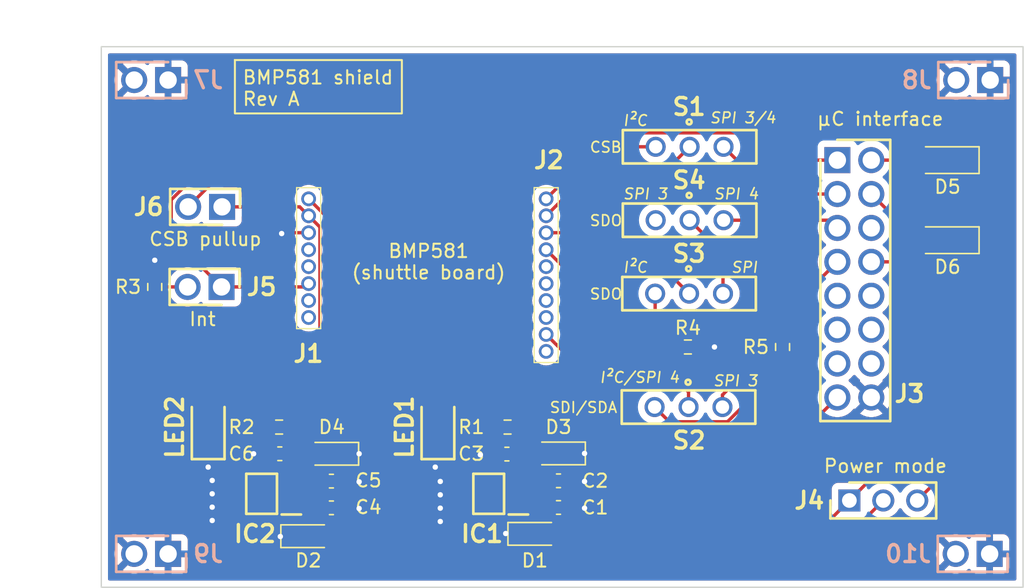
<source format=kicad_pcb>
(kicad_pcb (version 20241229) (generator "pcbnew") (generator_version "9.0")
  (title_block (title "BMP581 shield") (date "2024-09-01") (rev "A") (company "Julien Cruvieux"))
  (layers (0 "F.Cu" signal) (2 "B.Cu" signal) (13 "F.Paste" user) (15 "B.Paste" user) (5 "F.SilkS" user "F.Silkscreen") (7 "B.SilkS" user "B.Silkscreen") (1 "F.Mask" user) (3 "B.Mask" user) (25 "Edge.Cuts" user))
  (net 0 "")
  (net 16 "GND")
  (net 17 "VDD")
  (net 18 "Net-(D2-A2)")
  (net 19 "Net-(IC1-SS)")
  (net 20 "Net-(IC2-SS)")
  (net 21 "Net-(D1-A2)")
  (net 22 "VDD_BMP581")
  (net 23 "VDDIO_BMP581")
  (net 24 "Net-(D6-K)")
  (net 25 "VDDIO")
  (net 26 "INT_BMP581")
  (net 27 "Net-(J5-Pad2)")
  (net 28 "Net-(LED1-A)")
  (net 29 "Net-(LED2-A)")
  (net 30 "CSB_BMP581")
  (net 31 "SCK")
  (net 32 "SDO_BMP581")
  (net 33 "SDI{slash}SDA_BMP581")
  (net 34 "Net-(R4-Pad1)")
  (net 35 "Net-(R5-Pad1)")
  (net 36 "PROM_RW")
  (net 37 "CSB")
  (net 38 "SDO")
  (net 39 "SDI{slash}SDA")
  (net 40 "Net-(S3-Pad3)")
  (net 42 "Net-(J6-Pad2)")
  (footprint "Capacitor_SMD:C_0603_1608Metric_Pad1.08x0.95mm_HandSolder" (layer "F.Cu") (at 112.3625 119.025 180)
    (property "Reference" "C3" (at 2.6625 0.025 0) (layer "F.SilkS"))
    (property "Value" "10nF")
    (fp_line (start -0.146267 0.51) (end 0.146267 0.51) (stroke (width 0.12)) (layer "F.SilkS"))
    (fp_line (start -0.146267 -0.51) (end 0.146267 -0.51) (stroke (width 0.12)) (layer "F.SilkS"))
    (pad "1" smd roundrect (at -0.8625 0 180) (size 1.075 0.95) (layers "F.Cu" "F.Mask" "F.Paste") (net 19 "Net-(IC1-SS)"))
    (pad "2" smd roundrect (at 0.8625 0 180) (size 1.075 0.95) (layers "F.Cu" "F.Mask" "F.Paste") (net 16 "GND"))
  )
  (footprint "KiCad_HSMG-C150:LEDC3216X120N" (layer "F.Cu") (at 90 117 90)
    (property "Reference" "LED2" (at 0 -2.5 90) (layer "F.SilkS") (effects (font (size 1.27 1.27) (thickness 0.254))))
    (property "Value" "HSMG-C150" (hide yes))
    (fp_line (start 1.5 -1.225) (end -2.4 -1.225) (stroke (width 0.2)) (layer "F.SilkS"))
    (fp_line (start -2.4 -1.225) (end -2.4 1.225) (stroke (width 0.2)) (layer "F.SilkS"))
    (fp_line (start -2.4 1.225) (end 1.5 1.225) (stroke (width 0.2)) (layer "F.SilkS"))
    (pad "1" smd rect (at -1.5 0 90) (size 1.1 1.75) (layers "F.Cu" "F.Mask" "F.Paste") (net 16 "GND"))
    (pad "2" smd rect (at 1.5 0 90) (size 1.1 1.75) (layers "F.Cu" "F.Mask" "F.Paste") (net 29 "Net-(LED2-A)"))
  )
  (footprint "Capacitor_SMD:C_0603_1608Metric_Pad1.08x0.95mm_HandSolder" (layer "F.Cu") (at 116.225 121.025)
    (property "Reference" "C2" (at 2.75 0 0) (layer "F.SilkS"))
    (property "Value" "2.2µF")
    (fp_line (start -0.146267 -0.51) (end 0.146267 -0.51) (stroke (width 0.12)) (layer "F.SilkS"))
    (fp_line (start -0.146267 0.51) (end 0.146267 0.51) (stroke (width 0.12)) (layer "F.SilkS"))
    (pad "1" smd roundrect (at -0.8625 0) (size 1.075 0.95) (layers "F.Cu" "F.Mask" "F.Paste") (net 22 "VDD_BMP581"))
    (pad "2" smd roundrect (at 0.8625 0) (size 1.075 0.95) (layers "F.Cu" "F.Mask" "F.Paste") (net 16 "GND"))
  )
  (footprint "Capacitor_SMD:C_0603_1608Metric_Pad1.08x0.95mm_HandSolder" (layer "F.Cu") (at 99.225 123.05)
    (property "Reference" "C4" (at 2.775 -0.05 0) (layer "F.SilkS"))
    (property "Value" "2.2µF")
    (fp_line (start -0.146267 -0.51) (end 0.146267 -0.51) (stroke (width 0.12)) (layer "F.SilkS"))
    (fp_line (start -0.146267 0.51) (end 0.146267 0.51) (stroke (width 0.12)) (layer "F.SilkS"))
    (pad "1" smd roundrect (at -0.8625 0) (size 1.075 0.95) (layers "F.Cu" "F.Mask" "F.Paste") (net 18 "Net-(D2-A2)"))
    (pad "2" smd roundrect (at 0.8625 0) (size 1.075 0.95) (layers "F.Cu" "F.Mask" "F.Paste") (net 16 "GND"))
  )
  (footprint "KiCad_450301014042:450301014042" (layer "F.Cu") (at 127.96 113.5)
    (property "Reference" "S2" (at -1.96 4.5 0) (layer "F.SilkS") (effects (font (size 1.27 1.27) (thickness 0.254))))
    (property "Value" "450301014042" (hide yes))
    (fp_line (start -7 0.75) (end 3 0.75) (stroke (width 0.2)) (layer "F.SilkS"))
    (fp_line (start -7 3.25) (end -7 0.75) (stroke (width 0.2)) (layer "F.SilkS"))
    (fp_line (start 3 0.75) (end 3 3.25) (stroke (width 0.2)) (layer "F.SilkS"))
    (fp_line (start 3 3.25) (end -7 3.25) (stroke (width 0.2)) (layer "F.SilkS"))
    (fp_circle (center -2.035 0.138) (end -2.035 0.31925) (stroke (width 0.2)) (fill no) (layer "F.SilkS"))
    (pad "1" thru_hole circle (at -2 2) (size 1.5 1.5) (drill 1) (layers "*.Cu" "*.Mask") (net 33 "SDI{slash}SDA_BMP581"))
    (pad "2" thru_hole circle (at -4.54 2) (size 1.5 1.5) (drill 1) (layers "*.Cu" "*.Mask") (net 39 "SDI{slash}SDA"))
    (pad "3" thru_hole circle (at 0.54 2) (size 1.5 1.5) (drill 1) (layers "*.Cu" "*.Mask") (net 35 "Net-(R5-Pad1)"))
  )
  (footprint "KiCad_450301014042:450301014042" (layer "F.Cu") (at 128 105)
    (property "Reference" "S3" (at -2 -1 0) (layer "F.SilkS") (effects (font (size 1.27 1.27) (thickness 0.254))))
    (property "Value" "450301014042" (hide yes))
    (fp_line (start -7 0.75) (end 3 0.75) (stroke (width 0.2)) (layer "F.SilkS"))
    (fp_line (start -7 3.25) (end -7 0.75) (stroke (width 0.2)) (layer "F.SilkS"))
    (fp_line (start 3 0.75) (end 3 3.25) (stroke (width 0.2)) (layer "F.SilkS"))
    (fp_line (start 3 3.25) (end -7 3.25) (stroke (width 0.2)) (layer "F.SilkS"))
    (fp_circle (center -2.035 0.138) (end -2.035 0.31925) (stroke (width 0.2)) (fill no) (layer "F.SilkS"))
    (pad "1" thru_hole circle (at -2 2) (size 1.5 1.5) (drill 1) (layers "*.Cu" "*.Mask") (net 32 "SDO_BMP581"))
    (pad "2" thru_hole circle (at -4.54 2) (size 1.5 1.5) (drill 1) (layers "*.Cu" "*.Mask") (net 34 "Net-(R4-Pad1)"))
    (pad "3" thru_hole circle (at 0.54 2) (size 1.5 1.5) (drill 1) (layers "*.Cu" "*.Mask") (net 40 "Net-(S3-Pad3)"))
  )
  (footprint "Resistor_SMD:R_0603_1608Metric_Pad0.98x0.95mm_HandSolder" (layer "F.Cu") (at 112.4125 117 180)
    (property "Reference" "R1" (at 2.7125 0 0) (layer "F.SilkS"))
    (property "Value" "1k")
    (fp_line (start -0.254724 0.5225) (end 0.254724 0.5225) (stroke (width 0.12)) (layer "F.SilkS"))
    (fp_line (start -0.254724 -0.5225) (end 0.254724 -0.5225) (stroke (width 0.12)) (layer "F.SilkS"))
    (pad "1" smd roundrect (at -0.9125 0 180) (size 0.975 0.95) (layers "F.Cu" "F.Mask" "F.Paste") (net 22 "VDD_BMP581"))
    (pad "2" smd roundrect (at 0.9125 0 180) (size 0.975 0.95) (layers "F.Cu" "F.Mask" "F.Paste") (net 28 "Net-(LED1-A)"))
  )
  (footprint "Capacitor_SMD:C_0603_1608Metric_Pad1.08x0.95mm_HandSolder" (layer "F.Cu") (at 116.225 123.025)
    (property "Reference" "C1" (at 2.75 0 0) (layer "F.SilkS"))
    (property "Value" "2.2µF")
    (fp_line (start -0.146267 -0.51) (end 0.146267 -0.51) (stroke (width 0.12)) (layer "F.SilkS"))
    (fp_line (start -0.146267 0.51) (end 0.146267 0.51) (stroke (width 0.12)) (layer "F.SilkS"))
    (pad "1" smd roundrect (at -0.8625 0) (size 1.075 0.95) (layers "F.Cu" "F.Mask" "F.Paste") (net 21 "Net-(D1-A2)"))
    (pad "2" smd roundrect (at 0.8625 0) (size 1.075 0.95) (layers "F.Cu" "F.Mask" "F.Paste") (net 16 "GND"))
  )
  (footprint "KiCad_HSMG-C150:LEDC3216X120N" (layer "F.Cu") (at 107.2 117 90)
    (property "Reference" "LED1" (at 0 -2.5 90) (layer "F.SilkS") (effects (font (size 1.27 1.27) (thickness 0.254))))
    (property "Value" "HSMG-C150" (hide yes))
    (fp_line (start 1.5 -1.225) (end -2.4 -1.225) (stroke (width 0.2)) (layer "F.SilkS"))
    (fp_line (start -2.4 -1.225) (end -2.4 1.225) (stroke (width 0.2)) (layer "F.SilkS"))
    (fp_line (start -2.4 1.225) (end 1.5 1.225) (stroke (width 0.2)) (layer "F.SilkS"))
    (pad "1" smd rect (at -1.5 0 90) (size 1.1 1.75) (layers "F.Cu" "F.Mask" "F.Paste") (net 16 "GND"))
    (pad "2" smd rect (at 1.5 0 90) (size 1.1 1.75) (layers "F.Cu" "F.Mask" "F.Paste") (net 28 "Net-(LED1-A)"))
  )
  (footprint "Resistor_SMD:R_0603_1608Metric_Pad0.98x0.95mm_HandSolder" (layer "F.Cu") (at 95.3125 117 180)
    (property "Reference" "R2" (at 2.8125 0 180) (layer "F.SilkS"))
    (property "Value" "1k")
    (fp_line (start -0.254724 0.5225) (end 0.254724 0.5225) (stroke (width 0.12)) (layer "F.SilkS"))
    (fp_line (start -0.254724 -0.5225) (end 0.254724 -0.5225) (stroke (width 0.12)) (layer "F.SilkS"))
    (pad "1" smd roundrect (at -0.9125 0 180) (size 0.975 0.95) (layers "F.Cu" "F.Mask" "F.Paste") (net 23 "VDDIO_BMP581"))
    (pad "2" smd roundrect (at 0.9125 0 180) (size 0.975 0.95) (layers "F.Cu" "F.Mask" "F.Paste") (net 29 "Net-(LED2-A)"))
  )
  (footprint "Diode_SMD:D_SOD-123" (layer "F.Cu") (at 145.35 103 180)
    (property "Reference" "D6" (at 0 -2 0) (layer "F.SilkS"))
    (property "Value" "MBR0520")
    (fp_line (start -2.36 1) (end 1.65 1) (stroke (width 0.12)) (layer "F.SilkS"))
    (fp_line (start -2.36 -1) (end 1.65 -1) (stroke (width 0.12)) (layer "F.SilkS"))
    (fp_line (start -2.36 -1) (end -2.36 1) (stroke (width 0.12)) (layer "F.SilkS"))
    (pad "1" smd roundrect (at -1.65 0 180) (size 0.9 1.2) (layers "F.Cu" "F.Mask" "F.Paste") (net 24 "Net-(D6-K)"))
    (pad "2" smd roundrect (at 1.65 0 180) (size 0.9 1.2) (layers "F.Cu" "F.Mask" "F.Paste") (net 25 "VDDIO"))
  )
  (footprint "Resistor_SMD:R_0603_1608Metric_Pad0.98x0.95mm_HandSolder" (layer "F.Cu") (at 133 111 -90)
    (property "Reference" "R5" (at 0 2 180) (layer "F.SilkS"))
    (property "Value" "4.7k")
    (fp_line (start -0.254724 0.5225) (end 0.254724 0.5225) (stroke (width 0.12)) (layer "F.SilkS"))
    (fp_line (start -0.254724 -0.5225) (end 0.254724 -0.5225) (stroke (width 0.12)) (layer "F.SilkS"))
    (pad "1" smd roundrect (at -0.9125 0 270) (size 0.975 0.95) (layers "F.Cu" "F.Mask" "F.Paste") (net 35 "Net-(R5-Pad1)"))
    (pad "2" smd roundrect (at 0.9125 0 270) (size 0.975 0.95) (layers "F.Cu" "F.Mask" "F.Paste") (net 39 "SDI{slash}SDA"))
  )
  (footprint "Diode_SMD:D_SOD-323_HandSoldering" (layer "F.Cu") (at 97.45 125.175)
    (property "Reference" "D2" (at 0.05 1.825 0) (layer "F.SilkS"))
    (property "Value" "SD05_SOD323")
    (fp_line (start -2.01 -0.85) (end -2.01 0.85) (stroke (width 0.12)) (layer "F.SilkS"))
    (fp_line (start -2.01 -0.85) (end 1.25 -0.85) (stroke (width 0.12)) (layer "F.SilkS"))
    (fp_line (start -2.01 0.85) (end 1.25 0.85) (stroke (width 0.12)) (layer "F.SilkS"))
    (pad "1" smd roundrect (at -1.25 0) (size 1 1) (layers "F.Cu" "F.Mask" "F.Paste") (net 16 "GND"))
    (pad "2" smd roundrect (at 1.25 0) (size 1 1) (layers "F.Cu" "F.Mask" "F.Paste") (net 18 "Net-(D2-A2)"))
  )
  (footprint "Diode_SMD:D_SOD-323_HandSoldering" (layer "F.Cu") (at 114.45 125)
    (property "Reference" "D1" (at 0 2 0) (layer "F.SilkS"))
    (property "Value" "SD05_SOD323")
    (fp_line (start -2.01 -0.85) (end -2.01 0.85) (stroke (width 0.12)) (layer "F.SilkS"))
    (fp_line (start -2.01 -0.85) (end 1.25 -0.85) (stroke (width 0.12)) (layer "F.SilkS"))
    (fp_line (start -2.01 0.85) (end 1.25 0.85) (stroke (width 0.12)) (layer "F.SilkS"))
    (pad "1" smd roundrect (at -1.25 0) (size 1 1) (layers "F.Cu" "F.Mask" "F.Paste") (net 16 "GND"))
    (pad "2" smd roundrect (at 1.25 0) (size 1 1) (layers "F.Cu" "F.Mask" "F.Paste") (net 21 "Net-(D1-A2)"))
  )
  (footprint "Diode_SMD:D_SOD-123" (layer "F.Cu") (at 145.35 97 180)
    (property "Reference" "D5" (at 0 -2 0) (layer "F.SilkS"))
    (property "Value" "MBR0520")
    (fp_line (start -2.36 1) (end 1.65 1) (stroke (width 0.12)) (layer "F.SilkS"))
    (fp_line (start -2.36 -1) (end 1.65 -1) (stroke (width 0.12)) (layer "F.SilkS"))
    (fp_line (start -2.36 -1) (end -2.36 1) (stroke (width 0.12)) (layer "F.SilkS"))
    (pad "1" smd roundrect (at -1.65 0 180) (size 0.9 1.2) (layers "F.Cu" "F.Mask" "F.Paste") (net 21 "Net-(D1-A2)"))
    (pad "2" smd roundrect (at 1.65 0 180) (size 0.9 1.2) (layers "F.Cu" "F.Mask" "F.Paste") (net 17 "VDD"))
  )
  (footprint "KiCad_ADP1517:SOP65P490X110-8N" (layer "F.Cu") (at 94 122 180)
    (property "Reference" "IC2" (at 0.5 -3 180) (layer "F.SilkS") (effects (font (size 1.27 1.27) (thickness 0.254))))
    (property "Value" "ADP1715ARMZ-3.3-R7" (hide yes))
    (fp_line (start 1.15 1.5) (end -1.15 1.5) (stroke (width 0.2)) (layer "F.SilkS"))
    (fp_line (start 1.15 -1.5) (end 1.15 1.5) (stroke (width 0.2)) (layer "F.SilkS"))
    (fp_line (start -1.15 1.5) (end -1.15 -1.5) (stroke (width 0.2)) (layer "F.SilkS"))
    (fp_line (start -1.15 -1.5) (end 1.15 -1.5) (stroke (width 0.2)) (layer "F.SilkS"))
    (fp_line (start -2.95 -1.55) (end -1.5 -1.55) (stroke (width 0.2)) (layer "F.SilkS"))
    (pad "1" smd rect (at -2.225 -0.975 270) (size 0.45 1.45) (layers "F.Cu" "F.Mask" "F.Paste") (net 18 "Net-(D2-A2)"))
    (pad "2" smd rect (at -2.225 -0.325 270) (size 0.45 1.45) (layers "F.Cu" "F.Mask" "F.Paste") (net 18 "Net-(D2-A2)"))
    (pad "3" smd rect (at -2.225 0.325 270) (size 0.45 1.45) (layers "F.Cu" "F.Mask" "F.Paste") (net 23 "VDDIO_BMP581"))
    (pad "4" smd rect (at -2.225 0.975 270) (size 0.45 1.45) (layers "F.Cu" "F.Mask" "F.Paste") (net 20 "Net-(IC2-SS)"))
    (pad "5" smd rect (at 2.225 0.975 270) (size 0.45 1.45) (layers "F.Cu" "F.Mask" "F.Paste") (net 16 "GND"))
    (pad "6" smd rect (at 2.225 0.325 270) (size 0.45 1.45) (layers "F.Cu" "F.Mask" "F.Paste") (net 16 "GND"))
    (pad "7" smd rect (at 2.225 -0.325 270) (size 0.45 1.45) (layers "F.Cu" "F.Mask" "F.Paste") (net 16 "GND"))
    (pad "8" smd rect (at 2.225 -0.975 270) (size 0.45 1.45) (layers "F.Cu" "F.Mask" "F.Paste") (net 16 "GND"))
  )
  (footprint "KiCad_450301014042:450301014042" (layer "F.Cu") (at 128.04 94)
    (property "Reference" "S1" (at -2.04 -1 0) (layer "F.SilkS") (effects (font (size 1.27 1.27) (thickness 0.254))))
    (property "Value" "450301014042" (hide yes))
    (fp_line (start -7 0.75) (end 3 0.75) (stroke (width 0.2)) (layer "F.SilkS"))
    (fp_line (start -7 3.25) (end -7 0.75) (stroke (width 0.2)) (layer "F.SilkS"))
    (fp_line (start 3 0.75) (end 3 3.25) (stroke (width 0.2)) (layer "F.SilkS"))
    (fp_line (start 3 3.25) (end -7 3.25) (stroke (width 0.2)) (layer "F.SilkS"))
    (fp_circle (center -2.035 0.138) (end -2.035 0.31925) (stroke (width 0.2)) (fill no) (layer "F.SilkS"))
    (pad "1" thru_hole circle (at -2 2) (size 1.5 1.5) (drill 1) (layers "*.Cu" "*.Mask") (net 30 "CSB_BMP581"))
    (pad "2" thru_hole circle (at -4.54 2) (size 1.5 1.5) (drill 1) (layers "*.Cu" "*.Mask") (net 42 "Net-(J6-Pad2)"))
    (pad "3" thru_hole circle (at 0.54 2) (size 1.5 1.5) (drill 1) (layers "*.Cu" "*.Mask") (net 37 "CSB"))
  )
  (footprint "KiCad_61300211121:HDRV2W110P0X254_1X2_508X254X854P" (layer "F.Cu") (at 91.04 100.5 180)
    (property "Reference" "J6" (at 5.5 0 0) (layer "F.SilkS") (effects (font (size 1.27 1.27) (thickness 0.254))))
    (property "Value" "61300211121" (hide yes))
    (fp_line (start 3.885 1.345) (end 3.885 -1.345) (stroke (width 0.2)) (layer "F.SilkS"))
    (fp_line (start 3.885 -1.345) (end 0 -1.345) (stroke (width 0.2)) (layer "F.SilkS"))
    (fp_line (start -1.345 1.345) (end 3.885 1.345) (stroke (width 0.2)) (layer "F.SilkS"))
    (fp_line (start -1.345 0) (end -1.345 1.345) (stroke (width 0.2)) (layer "F.SilkS"))
    (pad "1" thru_hole rect (at 0 0 180) (size 1.95 1.95) (drill 1.3) (layers "*.Cu" "*.Mask") (net 23 "VDDIO_BMP581"))
    (pad "2" thru_hole circle (at 2.54 0 180) (size 1.95 1.95) (drill 1.3) (layers "*.Cu" "*.Mask") (net 42 "Net-(J6-Pad2)"))
  )
  (footprint "KiCad_61301621821:RHDR16W79P254X254_2X8_2082X508X860P" (layer "F.Cu") (at 137.1 97 -90)
    (property "Reference" "J3" (at 17.5 -5.4 180) (layer "F.SilkS") (effects (font (size 1.27 1.27) (thickness 0.254))))
    (property "Value" "61301621821" (hide yes))
    (fp_line (start 0 1.27) (end 19.55 1.27) (stroke (width 0.2)) (layer "F.SilkS"))
    (fp_line (start 19.55 1.27) (end 19.55 -3.96) (stroke (width 0.2)) (layer "F.SilkS"))
    (fp_line (start -1.52 -3.96) (end -1.52 0) (stroke (width 0.2)) (layer "F.SilkS"))
    (fp_line (start 19.55 -3.96) (end -1.52 -3.96) (stroke (width 0.2)) (layer "F.SilkS"))
    (pad "1" thru_hole rect (at 0 0 270) (size 1.95 1.95) (drill 1.3) (layers "*.Cu" "*.Mask") (net 37 "CSB"))
    (pad "2" thru_hole circle (at 0 -2.54 270) (size 1.95 1.95) (drill 1.3) (layers "*.Cu" "*.Mask") (net 17 "VDD"))
    (pad "3" thru_hole circle (at 2.54 0 270) (size 1.95 1.95) (drill 1.3) (layers "*.Cu" "*.Mask") (net 31 "SCK"))
    (pad "4" thru_hole circle (at 2.54 -2.54 270) (size 1.95 1.95) (drill 1.3) (layers "*.Cu" "*.Mask") (net 25 "VDDIO"))
    (pad "5" thru_hole circle (at 5.08 0 270) (size 1.95 1.95) (drill 1.3) (layers "*.Cu" "*.Mask") (net 38 "SDO"))
    (pad "6" thru_hole circle (at 5.08 -2.54 270) (size 1.95 1.95) (drill 1.3) (layers "*.Cu" "*.Mask"))
    (pad "7" thru_hole circle (at 7.62 0 270) (size 1.95 1.95) (drill 1.3) (layers "*.Cu" "*.Mask") (net 39 "SDI{slash}SDA"))
    (pad "8" thru_hole circle (at 7.62 -2.54 270) (size 1.95 1.95) (drill 1.3) (layers "*.Cu" "*.Mask") (net 26 "INT_BMP581"))
    (pad "9" thru_hole circle (at 10.16 0 270) (size 1.95 1.95) (drill 1.3) (layers "*.Cu" "*.Mask"))
    (pad "10" thru_hole circle (at 10.16 -2.54 270) (size 1.95 1.95) (drill 1.3) (layers "*.Cu" "*.Mask"))
    (pad "11" thru_hole circle (at 12.7 0 270) (size 1.95 1.95) (drill 1.3) (layers "*.Cu" "*.Mask"))
    (pad "12" thru_hole circle (at 12.7 -2.54 270) (size 1.95 1.95) (drill 1.3) (layers "*.Cu" "*.Mask"))
    (pad "13" thru_hole circle (at 15.24 0 270) (size 1.95 1.95) (drill 1.3) (layers "*.Cu" "*.Mask"))
    (pad "14" thru_hole circle (at 15.24 -2.54 270) (size 1.95 1.95) (drill 1.3) (layers "*.Cu" "*.Mask"))
    (pad "15" thru_hole circle (at 17.78 0 270) (size 1.95 1.95) (drill 1.3) (layers "*.Cu" "*.Mask") (net 36 "PROM_RW"))
    (pad "16" thru_hole circle (at 17.78 -2.54 270) (size 1.95 1.95) (drill 1.3) (layers "*.Cu" "*.Mask") (net 16 "GND"))
  )
  (footprint "KiCad_M503030842:M503030842" (layer "F.Cu") (at 97.52 99.9 -90)
    (property "Reference" "J1" (at 11.6 0.02 180) (layer "F.SilkS") (effects (font (size 1.27 1.27) (thickness 0.254))))
    (property "Value" "M50-3030842" (hide yes))
    (fp_line (start -0.835 0.9) (end -0.835 -0.9) (stroke (width 0.1)) (layer "F.SilkS"))
    (fp_line (start 9.725 0.9) (end -0.835 0.9) (stroke (width 0.1)) (layer "F.SilkS"))
    (fp_line (start -0.835 -0.9) (end 9.725 -0.9) (stroke (width 0.1)) (layer "F.SilkS"))
    (fp_line (start 9.725 -0.9) (end 9.725 0.9) (stroke (width 0.1)) (layer "F.SilkS"))
    (pad "1" thru_hole circle (at 0 0 270) (size 1.1 1.1) (drill 0.7) (layers "*.Cu" "*.Mask") (net 22 "VDD_BMP581"))
    (pad "2" thru_hole circle (at 1.27 0 270) (size 1.1 1.1) (drill 0.7) (layers "*.Cu" "*.Mask") (net 23 "VDDIO_BMP581"))
    (pad "3" thru_hole circle (at 2.54 0 270) (size 1.1 1.1) (drill 0.7) (layers "*.Cu" "*.Mask") (net 16 "GND"))
    (pad "4" thru_hole circle (at 3.81 0 270) (size 1.1 1.1) (drill 0.7) (layers "*.Cu" "*.Mask"))
    (pad "5" thru_hole circle (at 5.08 0 270) (size 1.1 1.1) (drill 0.7) (layers "*.Cu" "*.Mask"))
    (pad "6" thru_hole circle (at 6.35 0 270) (size 1.1 1.1) (drill 0.7) (layers "*.Cu" "*.Mask") (net 26 "INT_BMP581"))
    (pad "7" thru_hole circle (at 7.62 0 270) (size 1.1 1.1) (drill 0.7) (layers "*.Cu" "*.Mask"))
    (pad "8" thru_hole circle (at 8.89 0 270) (size 1.1 1.1) (drill 0.7) (layers "*.Cu" "*.Mask"))
  )
  (footprint "Capacitor_SMD:C_0603_1608Metric_Pad1.08x0.95mm_HandSolder" (layer "F.Cu") (at 95.3625 119 180)
    (property "Reference" "C6" (at 2.8625 0 0) (layer "F.SilkS"))
    (property "Value" "10nF")
    (fp_line (start -0.146267 0.51) (end 0.146267 0.51) (stroke (width 0.12)) (layer "F.SilkS"))
    (fp_line (start -0.146267 -0.51) (end 0.146267 -0.51) (stroke (width 0.12)) (layer "F.SilkS"))
    (pad "1" smd roundrect (at -0.8625 0 180) (size 1.075 0.95) (layers "F.Cu" "F.Mask" "F.Paste") (net 20 "Net-(IC2-SS)"))
    (pad "2" smd roundrect (at 0.8625 0 180) (size 1.075 0.95) (layers "F.Cu" "F.Mask" "F.Paste") (net 16 "GND"))
  )
  (footprint "KiCad_M503031042:M503031042" (layer "F.Cu") (at 115.3 99.9 -90)
    (property "Reference" "J2" (at -2.9 -0.2 0) (layer "F.SilkS") (effects (font (size 1.27 1.27) (thickness 0.254))))
    (property "Value" "M50-3031042" (hide yes))
    (fp_line (start -0.835 0.9) (end -0.835 -0.9) (stroke (width 0.1)) (layer "F.SilkS"))
    (fp_line (start 12.265 0.9) (end -0.835 0.9) (stroke (width 0.1)) (layer "F.SilkS"))
    (fp_line (start -0.835 -0.9) (end 12.265 -0.9) (stroke (width 0.1)) (layer "F.SilkS"))
    (fp_line (start 12.265 -0.9) (end 12.265 0.9) (stroke (width 0.1)) (layer "F.SilkS"))
    (pad "1" thru_hole circle (at 0 0 270) (size 1.1 1.1) (drill 0.7) (layers "*.Cu" "*.Mask") (net 30 "CSB_BMP581"))
    (pad "2" thru_hole circle (at 1.27 0 270) (size 1.1 1.1) (drill 0.7) (layers "*.Cu" "*.Mask") (net 31 "SCK"))
    (pad "3" thru_hole circle (at 2.54 0 270) (size 1.1 1.1) (drill 0.7) (layers "*.Cu" "*.Mask") (net 32 "SDO_BMP581"))
    (pad "4" thru_hole circle (at 3.81 0 270) (size 1.1 1.1) (drill 0.7) (layers "*.Cu" "*.Mask") (net 33 "SDI{slash}SDA_BMP581"))
    (pad "5" thru_hole circle (at 5.08 0 270) (size 1.1 1.1) (drill 0.7) (layers "*.Cu" "*.Mask"))
    (pad "6" thru_hole circle (at 6.35 0 270) (size 1.1 1.1) (drill 0.7) (layers "*.Cu" "*.Mask"))
    (pad "7" thru_hole circle (at 7.62 0 270) (size 1.1 1.1) (drill 0.7) (layers "*.Cu" "*.Mask"))
    (pad "8" thru_hole circle (at 8.89 0 270) (size 1.1 1.1) (drill 0.7) (layers "*.Cu" "*.Mask"))
    (pad "9" thru_hole circle (at 10.16 0 270) (size 1.1 1.1) (drill 0.7) (layers "*.Cu" "*.Mask") (net 36 "PROM_RW"))
    (pad "10" thru_hole circle (at 11.43 0 270) (size 1.1 1.1) (drill 0.7) (layers "*.Cu" "*.Mask"))
  )
  (footprint "KiCad_61300311121:HDRV3W64P0X254_1X3_762X254X869P" (layer "F.Cu") (at 138 122.5)
    (property "Reference" "J4" (at -3 0 0) (layer "F.SilkS") (effects (font (size 1.27 1.27) (thickness 0.254))))
    (property "Value" "61300311121" (hide yes))
    (fp_line (start -1.42 0) (end -1.42 1.345) (stroke (width 0.2)) (layer "F.SilkS"))
    (fp_line (start -1.42 1.345) (end 6.5 1.345) (stroke (width 0.2)) (layer "F.SilkS"))
    (fp_line (start 6.5 -1.345) (end 0 -1.345) (stroke (width 0.2)) (layer "F.SilkS"))
    (fp_line (start 6.5 1.345) (end 6.5 -1.345) (stroke (width 0.2)) (layer "F.SilkS"))
    (pad "1" thru_hole rect (at 0 0) (size 1.65 1.65) (drill 1.1) (layers "*.Cu" "*.Mask") (net 21 "Net-(D1-A2)"))
    (pad "2" thru_hole circle (at 2.54 0) (size 1.65 1.65) (drill 1.1) (layers "*.Cu" "*.Mask") (net 18 "Net-(D2-A2)"))
    (pad "3" thru_hole circle (at 5.08 0) (size 1.65 1.65) (drill 1.1) (layers "*.Cu" "*.Mask") (net 24 "Net-(D6-K)"))
  )
  (footprint "Resistor_SMD:R_0603_1608Metric_Pad0.98x0.95mm_HandSolder" (layer "F.Cu") (at 125.9125 111)
    (property "Reference" "R4" (at 0 -1.43 0) (layer "F.SilkS"))
    (property "Value" "1k")
    (fp_line (start -0.254724 -0.5225) (end 0.254724 -0.5225) (stroke (width 0.12)) (layer "F.SilkS"))
    (fp_line (start -0.254724 0.5225) (end 0.254724 0.5225) (stroke (width 0.12)) (layer "F.SilkS"))
    (pad "1" smd roundrect (at -0.9125 0) (size 0.975 0.95) (layers "F.Cu" "F.Mask" "F.Paste") (net 34 "Net-(R4-Pad1)"))
    (pad "2" smd roundrect (at 0.9125 0) (size 0.975 0.95) (layers "F.Cu" "F.Mask" "F.Paste") (net 16 "GND"))
  )
  (footprint "Capacitor_SMD:C_0603_1608Metric_Pad1.08x0.95mm_HandSolder" (layer "F.Cu") (at 99.225 121.05)
    (property "Reference" "C5" (at 2.775 -0.05 0) (layer "F.SilkS"))
    (property "Value" "2.2µF")
    (fp_line (start -0.146267 -0.51) (end 0.146267 -0.51) (stroke (width 0.12)) (layer "F.SilkS"))
    (fp_line (start -0.146267 0.51) (end 0.146267 0.51) (stroke (width 0.12)) (layer "F.SilkS"))
    (pad "1" smd roundrect (at -0.8625 0) (size 1.075 0.95) (layers "F.Cu" "F.Mask" "F.Paste") (net 23 "VDDIO_BMP581"))
    (pad "2" smd roundrect (at 0.8625 0) (size 1.075 0.95) (layers "F.Cu" "F.Mask" "F.Paste") (net 16 "GND"))
  )
  (footprint "KiCad_61300211121:HDRV2W110P0X254_1X2_508X254X854P" (layer "F.Cu") (at 91 106.5 180)
    (property "Reference" "J5" (at -3 0 0) (layer "F.SilkS") (effects (font (size 1.27 1.27) (thickness 0.254))))
    (property "Value" "61300211121" (hide yes))
    (fp_line (start 3.885 1.345) (end 3.885 -1.345) (stroke (width 0.2)) (layer "F.SilkS"))
    (fp_line (start 3.885 -1.345) (end 0 -1.345) (stroke (width 0.2)) (layer "F.SilkS"))
    (fp_line (start -1.345 1.345) (end 3.885 1.345) (stroke (width 0.2)) (layer "F.SilkS"))
    (fp_line (start -1.345 0) (end -1.345 1.345) (stroke (width 0.2)) (layer "F.SilkS"))
    (pad "1" thru_hole rect (at 0 0 180) (size 1.95 1.95) (drill 1.3) (layers "*.Cu" "*.Mask") (net 26 "INT_BMP581"))
    (pad "2" thru_hole circle (at 2.54 0 180) (size 1.95 1.95) (drill 1.3) (layers "*.Cu" "*.Mask") (net 27 "Net-(J5-Pad2)"))
  )
  (footprint "KiCad_450301014042:450301014042" (layer "F.Cu") (at 128.04 99.5)
    (property "Reference" "S4" (at -2.04 -1 0) (layer "F.SilkS") (effects (font (size 1.27 1.27) (thickness 0.254))))
    (property "Value" "450301014042" (hide yes))
    (fp_line (start -7 0.75) (end 3 0.75) (stroke (width 0.2)) (layer "F.SilkS"))
    (fp_line (start -7 3.25) (end -7 0.75) (stroke (width 0.2)) (layer "F.SilkS"))
    (fp_line (start 3 0.75) (end 3 3.25) (stroke (width 0.2)) (layer "F.SilkS"))
    (fp_line (start 3 3.25) (end -7 3.25) (stroke (width 0.2)) (layer "F.SilkS"))
    (fp_circle (center -2.035 0.138) (end -2.035 0.31925) (stroke (width 0.2)) (fill no) (layer "F.SilkS"))
    (pad "1" thru_hole circle (at -2 2) (size 1.5 1.5) (drill 1) (layers "*.Cu" "*.Mask") (net 40 "Net-(S3-Pad3)"))
    (pad "2" thru_hole circle (at -4.54 2) (size 1.5 1.5) (drill 1) (layers "*.Cu" "*.Mask"))
    (pad "3" thru_hole circle (at 0.54 2) (size 1.5 1.5) (drill 1) (layers "*.Cu" "*.Mask") (net 38 "SDO"))
  )
  (footprint "Diode_SMD:D_SOD-323_HandSoldering" (layer "F.Cu") (at 116.225 118.975 180)
    (property "Reference" "D3" (at 0 1.975 180) (layer "F.SilkS"))
    (property "Value" "SD05_SOD323")
    (fp_line (start -2.01 0.85) (end 1.25 0.85) (stroke (width 0.12)) (layer "F.SilkS"))
    (fp_line (start -2.01 -0.85) (end 1.25 -0.85) (stroke (width 0.12)) (layer "F.SilkS"))
    (fp_line (start -2.01 -0.85) (end -2.01 0.85) (stroke (width 0.12)) (layer "F.SilkS"))
    (pad "1" smd roundrect (at -1.25 0 180) (size 1 1) (layers "F.Cu" "F.Mask" "F.Paste") (net 16 "GND"))
    (pad "2" smd roundrect (at 1.25 0 180) (size 1 1) (layers "F.Cu" "F.Mask" "F.Paste") (net 22 "VDD_BMP581"))
  )
  (footprint "KiCad_ADP1517:SOP65P490X110-8N" (layer "F.Cu") (at 111 122 180)
    (property "Reference" "IC1" (at 0.5 -3 180) (layer "F.SilkS") (effects (font (size 1.27 1.27) (thickness 0.254))))
    (property "Value" "ADP1715ARMZ-3.3-R7" (hide yes))
    (fp_line (start 1.15 1.5) (end -1.15 1.5) (stroke (width 0.2)) (layer "F.SilkS"))
    (fp_line (start 1.15 -1.5) (end 1.15 1.5) (stroke (width 0.2)) (layer "F.SilkS"))
    (fp_line (start -1.15 1.5) (end -1.15 -1.5) (stroke (width 0.2)) (layer "F.SilkS"))
    (fp_line (start -1.15 -1.5) (end 1.15 -1.5) (stroke (width 0.2)) (layer "F.SilkS"))
    (fp_line (start -2.95 -1.55) (end -1.5 -1.55) (stroke (width 0.2)) (layer "F.SilkS"))
    (pad "1" smd rect (at -2.225 -0.975 270) (size 0.45 1.45) (layers "F.Cu" "F.Mask" "F.Paste") (net 21 "Net-(D1-A2)"))
    (pad "2" smd rect (at -2.225 -0.325 270) (size 0.45 1.45) (layers "F.Cu" "F.Mask" "F.Paste") (net 21 "Net-(D1-A2)"))
    (pad "3" smd rect (at -2.225 0.325 270) (size 0.45 1.45) (layers "F.Cu" "F.Mask" "F.Paste") (net 22 "VDD_BMP581"))
    (pad "4" smd rect (at -2.225 0.975 270) (size 0.45 1.45) (layers "F.Cu" "F.Mask" "F.Paste") (net 19 "Net-(IC1-SS)"))
    (pad "5" smd rect (at 2.225 0.975 270) (size 0.45 1.45) (layers "F.Cu" "F.Mask" "F.Paste") (net 16 "GND"))
    (pad "6" smd rect (at 2.225 0.325 270) (size 0.45 1.45) (layers "F.Cu" "F.Mask" "F.Paste") (net 16 "GND"))
    (pad "7" smd rect (at 2.225 -0.325 270) (size 0.45 1.45) (layers "F.Cu" "F.Mask" "F.Paste") (net 16 "GND"))
    (pad "8" smd rect (at 2.225 -0.975 270) (size 0.45 1.45) (layers "F.Cu" "F.Mask" "F.Paste") (net 16 "GND"))
  )
  (footprint "Diode_SMD:D_SOD-323_HandSoldering" (layer "F.Cu") (at 99.25 119 180)
    (property "Reference" "D4" (at 0 2 180) (layer "F.SilkS"))
    (property "Value" "SD05_SOD323")
    (fp_line (start -2.01 0.85) (end 1.25 0.85) (stroke (width 0.12)) (layer "F.SilkS"))
    (fp_line (start -2.01 -0.85) (end 1.25 -0.85) (stroke (width 0.12)) (layer "F.SilkS"))
    (fp_line (start -2.01 -0.85) (end -2.01 0.85) (stroke (width 0.12)) (layer "F.SilkS"))
    (pad "1" smd roundrect (at -1.25 0 180) (size 1 1) (layers "F.Cu" "F.Mask" "F.Paste") (net 16 "GND"))
    (pad "2" smd roundrect (at 1.25 0 180) (size 1 1) (layers "F.Cu" "F.Mask" "F.Paste") (net 23 "VDDIO_BMP581"))
  )
  (footprint "Resistor_SMD:R_0603_1608Metric_Pad0.98x0.95mm_HandSolder" (layer "F.Cu") (at 86 106.5 90)
    (property "Reference" "R3" (at 0 -2 180) (layer "F.SilkS"))
    (property "Value" "1k")
    (fp_line (start -0.254724 -0.5225) (end 0.254724 -0.5225) (stroke (width 0.12)) (layer "F.SilkS"))
    (fp_line (start -0.254724 0.5225) (end 0.254724 0.5225) (stroke (width 0.12)) (layer "F.SilkS"))
    (pad "1" smd roundrect (at -0.9125 0 90) (size 0.975 0.95) (layers "F.Cu" "F.Mask" "F.Paste") (net 27 "Net-(J5-Pad2)"))
    (pad "2" smd roundrect (at 0.9125 0 90) (size 0.975 0.95) (layers "F.Cu" "F.Mask" "F.Paste") (net 16 "GND"))
  )
  (footprint "KiCad_61300211121:HDRV2W110P0X254_1X2_508X254X854P" (layer "B.Cu") (at 148.5 126.5 180)
    (property "Reference" "J10" (at 6.1 0 180) (layer "B.SilkS") (effects (font (size 1.27 1.27) (thickness 0.254)) (justify mirror)))
    (property "Value" "61300211121" (hide yes))
    (fp_line (start 3.885 1.345) (end 0 1.345) (stroke (width 0.2)) (layer "B.SilkS"))
    (fp_line (start 3.885 -1.345) (end 3.885 1.345) (stroke (width 0.2)) (layer "B.SilkS"))
    (fp_line (start -1.345 0) (end -1.345 -1.345) (stroke (width 0.2)) (layer "B.SilkS"))
    (fp_line (start -1.345 -1.345) (end 3.885 -1.345) (stroke (width 0.2)) (layer "B.SilkS"))
    (pad "1" thru_hole rect (at 0 0 180) (size 1.95 1.95) (drill 1.3) (layers "*.Cu" "*.Mask") (net 16 "GND"))
    (pad "2" thru_hole circle (at 2.54 0 180) (size 1.95 1.95) (drill 1.3) (layers "*.Cu" "*.Mask") (net 16 "GND"))
  )
  (footprint "KiCad_61300211121:HDRV2W110P0X254_1X2_508X254X854P" (layer "B.Cu") (at 87 126.5 180)
    (property "Reference" "J9" (at -3 0 0) (layer "B.SilkS") (effects (font (size 1.27 1.27) (thickness 0.254)) (justify mirror)))
    (property "Value" "61300211121" (hide yes))
    (fp_line (start 3.885 1.345) (end 0 1.345) (stroke (width 0.2)) (layer "B.SilkS"))
    (fp_line (start 3.885 -1.345) (end 3.885 1.345) (stroke (width 0.2)) (layer "B.SilkS"))
    (fp_line (start -1.345 0) (end -1.345 -1.345) (stroke (width 0.2)) (layer "B.SilkS"))
    (fp_line (start -1.345 -1.345) (end 3.885 -1.345) (stroke (width 0.2)) (layer "B.SilkS"))
    (pad "1" thru_hole rect (at 0 0 180) (size 1.95 1.95) (drill 1.3) (layers "*.Cu" "*.Mask") (net 16 "GND"))
    (pad "2" thru_hole circle (at 2.54 0 180) (size 1.95 1.95) (drill 1.3) (layers "*.Cu" "*.Mask") (net 16 "GND"))
  )
  (footprint "KiCad_61300211121:HDRV2W110P0X254_1X2_508X254X854P" (layer "B.Cu") (at 148.54 91 180)
    (property "Reference" "J8" (at 5.5 0 0) (layer "B.SilkS") (effects (font (size 1.27 1.27) (thickness 0.254)) (justify mirror)))
    (property "Value" "61300211121" (hide yes))
    (fp_line (start 3.885 1.345) (end 0 1.345) (stroke (width 0.2)) (layer "B.SilkS"))
    (fp_line (start 3.885 -1.345) (end 3.885 1.345) (stroke (width 0.2)) (layer "B.SilkS"))
    (fp_line (start -1.345 0) (end -1.345 -1.345) (stroke (width 0.2)) (layer "B.SilkS"))
    (fp_line (start -1.345 -1.345) (end 3.885 -1.345) (stroke (width 0.2)) (layer "B.SilkS"))
    (pad "1" thru_hole rect (at 0 0 180) (size 1.95 1.95) (drill 1.3) (layers "*.Cu" "*.Mask") (net 16 "GND"))
    (pad "2" thru_hole circle (at 2.54 0 180) (size 1.95 1.95) (drill 1.3) (layers "*.Cu" "*.Mask") (net 16 "GND"))
  )
  (footprint "KiCad_61300211121:HDRV2W110P0X254_1X2_508X254X854P" (layer "B.Cu") (at 87 91 180)
    (property "Reference" "J7" (at -3 0 180) (layer "B.SilkS") (effects (font (size 1.27 1.27) (thickness 0.254)) (justify mirror)))
    (property "Value" "61300211121" (hide yes))
    (fp_line (start 3.885 1.345) (end 0 1.345) (stroke (width 0.2)) (layer "B.SilkS"))
    (fp_line (start 3.885 -1.345) (end 3.885 1.345) (stroke (width 0.2)) (layer "B.SilkS"))
    (fp_line (start -1.345 0) (end -1.345 -1.345) (stroke (width 0.2)) (layer "B.SilkS"))
    (fp_line (start -1.345 -1.345) (end 3.885 -1.345) (stroke (width 0.2)) (layer "B.SilkS"))
    (pad "1" thru_hole rect (at 0 0 180) (size 1.95 1.95) (drill 1.3) (layers "*.Cu" "*.Mask") (net 16 "GND"))
    (pad "2" thru_hole circle (at 2.54 0 180) (size 1.95 1.95) (drill 1.3) (layers "*.Cu" "*.Mask") (net 16 "GND"))
  )
  (gr_rect (start 92 89.5) (end 104.5 93.5) (stroke (width 0.15)) (fill no) (layer "F.SilkS"))
  (gr_rect (start 82 88.5) (end 151 129) (stroke (width 0.1)) (fill no) (layer "Edge.Cuts"))
  (gr_text "BMP581\n(shuttle board)" (at 106.5 106 0) (layer "F.SilkS") (effects (font (size 1 1)) (justify bottom)))
  (gr_text "SDO" (at 118.5 102 0) (layer "F.SilkS") (effects (font (size 0.8 0.8) (thickness 0.125) (bold yes)) (justify left bottom)))
  (gr_text "SDO" (at 118.5 107.5 0) (layer "F.SilkS") (effects (font (size 0.8 0.8) (thickness 0.125) (bold yes)) (justify left bottom)))
  (gr_text "Power mode" (at 136 120.5 0) (layer "F.SilkS") (effects (font (size 1 1)) (justify left bottom)))
  (gr_text "SPI 3" (at 127.75 114 0) (layer "F.SilkS") (effects (font (size 0.8 0.8) (thickness 0.125) (italic yes)) (justify left bottom)))
  (gr_text "SPI 3" (at 121 100 0) (layer "F.SilkS") (effects (font (size 0.8 0.8) (thickness 0.125) (italic yes)) (justify left bottom)))
  (gr_text "SDI/SDA" (at 115.5 116 0) (layer "F.SilkS") (effects (font (size 0.8 0.8) (thickness 0.125) (bold yes)) (justify left bottom)))
  (gr_text "µC interface" (at 135.5 94.5 0) (layer "F.SilkS") (effects (font (size 1 1)) (justify left bottom)))
  (gr_text "I²C" (at 121 94.5 0) (layer "F.SilkS") (effects (font (size 0.8 0.8) (thickness 0.125) (italic yes)) (justify left bottom)))
  (gr_text "BMP581 shield\nRev A" (at 92.5 93 0) (layer "F.SilkS") (effects (font (size 1 1)) (justify left bottom)))
  (gr_text "I²C/SPI 4" (at 119.25 113.75 0) (layer "F.SilkS") (effects (font (size 0.8 0.8) (thickness 0.125) (italic yes)) (justify left bottom)))
  (gr_text "SPI 4" (at 127.8 100 0) (layer "F.SilkS") (effects (font (size 0.8 0.8) (thickness 0.125) (italic yes)) (justify left bottom)))
  (gr_text "CSB" (at 118.5 96.5 0) (layer "F.SilkS") (effects (font (size 0.8 0.8) (thickness 0.125) (bold yes)) (justify left bottom)))
  (gr_text "SPI 3/4" (at 127.5 94.3 0) (layer "F.SilkS") (effects (font (size 0.8 0.8) (thickness 0.125) (italic yes)) (justify left bottom)))
  (gr_text "SPI" (at 129.1 105.5 0) (layer "F.SilkS") (effects (font (size 0.8 0.8) (thickness 0.125) (italic yes)) (justify left bottom)))
  (gr_text "CSB pullup" (at 85.5 103.5 0) (layer "F.SilkS") (effects (font (size 1 1)) (justify left bottom)))
  (gr_text "I²C" (at 121 105.5 0) (layer "F.SilkS") (effects (font (size 0.8 0.8) (thickness 0.125) (italic yes)) (justify left bottom)))
  (gr_text "Int" (at 88.5 109.5 0) (layer "F.SilkS") (effects (font (size 1 1)) (justify left bottom)))
  (segment (start 108.775 122.975) (end 108.475 122.975) (width 0.25) (layer "F.Cu") (net 16))
  (segment (start 95.56 102.44) (end 95.5 102.5) (width 0.25) (layer "F.Cu") (net 16))
  (segment (start 90.325 121.025) (end 90.3 121) (width 0.25) (layer "F.Cu") (net 16))
  (segment (start 108.775 122.325) (end 108.125 122.325) (width 0.25) (layer "F.Cu") (net 16))
  (segment (start 91.775 121.025) (end 90.325 121.025) (width 0.25) (layer "F.Cu") (net 16))
  (segment (start 91.325 122.975) (end 90.3 124) (width 0.25) (layer "F.Cu") (net 16))
  (segment (start 91.775 121.675) (end 90.625 121.675) (width 0.25) (layer "F.Cu") (net 16))
  (segment (start 117.275 118.975) (end 118.175 118.975) (width 0.25) (layer "F.Cu") (net 16))
  (segment (start 101.25 123.05) (end 101.3 123.1) (width 0.25) (layer "F.Cu") (net 16))
  (segment (start 90.625 121.675) (end 90.3 122) (width 0.25) (layer "F.Cu") (net 16))
  (segment (start 91.775 122.975) (end 91.325 122.975) (width 0.25) (layer "F.Cu") (net 16))
  (segment (start 110.425 119.025) (end 110.375 119.075) (width 0.25) (layer "F.Cu") (net 16))
  (segment (start 90.975 122.325) (end 90.3 123) (width 0.25) (layer "F.Cu") (net 16))
  (segment (start 112.3 125) (end 112.275 124.975) (width 0.25) (layer "F.Cu") (net 16))
  (segment (start 90 118.5) (end 90 120) (width 0.25) (layer "F.Cu") (net 16))
  (segment (start 100.0875 123.05) (end 101.25 123.05) (width 0.25) (layer "F.Cu") (net 16))
  (segment (start 107.2 119.8) (end 107 120) (width 0.25) (layer "F.Cu") (net 16))
  (segment (start 107.2 118.5) (end 107.2 119.8) (width 0.25) (layer "F.Cu") (net 16))
  (segment (start 107.775 121.675) (end 107.375 122.075) (width 0.25) (layer "F.Cu") (net 16))
  (segment (start 111.5 119.025) (end 110.425 119.025) (width 0.25) (layer "F.Cu") (net 16))
  (segment (start 107.425 121.025) (end 107.375 121.075) (width 0.25) (layer "F.Cu") (net 16))
  (segment (start 108.775 121.675) (end 107.775 121.675) (width 0.25) (layer "F.Cu") (net 16))
  (segment (start 100.3 119) (end 101.3 119) (width 0.25) (layer "F.Cu") (net 16))
  (segment (start 117.0875 123.025) (end 118.125 123.025) (width 0.25) (layer "F.Cu") (net 16))
  (segment (start 94.5 119) (end 93.4 119) (width 0.25) (layer "F.Cu") (net 16))
  (segment (start 108.475 122.975) (end 107.375 124.075) (width 0.25) (layer "F.Cu") (net 16))
  (segment (start 95.425 125.175) (end 95.4 125.2) (width 0.25) (layer "F.Cu") (net 16))
  (segment (start 91.775 122.325) (end 90.975 122.325) (width 0.25) (layer "F.Cu") (net 16))
  (segment (start 108.775 121.025) (end 107.425 121.025) (width 0.25) (layer "F.Cu") (net 16))
  (segment (start 101.25 121.05) (end 101.3 121.1) (width 0.25) (layer "F.Cu") (net 16))
  (segment (start 113.4 125) (end 112.3 125) (width 0.25) (layer "F.Cu") (net 16))
  (segment (start 86 105.5875) (end 86 104.5) (width 0.25) (layer "F.Cu") (net 16))
  (segment (start 126.825 111) (end 127.9 111) (width 0.25) (layer "F.Cu") (net 16))
  (segment (start 100.0875 121.05) (end 101.25 121.05) (width 0.25) (layer "F.Cu") (net 16))
  (segment (start 118.125 123.025) (end 118.175 123.075) (width 0.25) (layer "F.Cu") (net 16))
  (segment (start 108.125 122.325) (end 107.375 123.075) (width 0.25) (layer "F.Cu") (net 16))
  (segment (start 117.0875 121.025) (end 118.125 121.025) (width 0.25) (layer "F.Cu") (net 16))
  (segment (start 118.125 121.025) (end 118.175 121.075) (width 0.25) (layer "F.Cu") (net 16))
  (segment (start 96.4 125.175) (end 95.425 125.175) (width 0.25) (layer "F.Cu") (net 16))
  (segment (start 97.52 102.44) (end 95.56 102.44) (width 0.25) (layer "F.Cu") (net 16))
  (via (at 90.3 121) (size 0.8) (drill 0.4) (layers "F.Cu" "B.Cu") (net 16))
  (via (at 118.175 123.075) (size 0.8) (drill 0.4) (layers "F.Cu" "B.Cu") (net 16))
  (via (at 118.175 121.075) (size 0.8) (drill 0.4) (layers "F.Cu" "B.Cu") (net 16))
  (via (at 101.3 119) (size 0.8) (drill 0.4) (layers "F.Cu" "B.Cu") (net 16))
  (via (at 107.375 124.075) (size 0.8) (drill 0.4) (layers "F.Cu" "B.Cu") (net 16))
  (via (at 86 104.5) (size 0.8) (drill 0.4) (layers "F.Cu" "B.Cu") (net 16))
  (via (at 90.3 122) (size 0.8) (drill 0.4) (layers "F.Cu" "B.Cu") (net 16))
  (via (at 95.5 102.5) (size 0.8) (drill 0.4) (layers "F.Cu" "B.Cu") (net 16))
  (via (at 112.275 124.975) (size 0.8) (drill 0.4) (layers "F.Cu" "B.Cu") (net 16))
  (via (at 90.3 124) (size 0.8) (drill 0.4) (layers "F.Cu" "B.Cu") (net 16))
  (via (at 110.375 119.075) (size 0.8) (drill 0.4) (layers "F.Cu" "B.Cu") (net 16))
  (via (at 107.375 122.075) (size 0.8) (drill 0.4) (layers "F.Cu" "B.Cu") (net 16))
  (via (at 101.3 121.1) (size 0.8) (drill 0.4) (layers "F.Cu" "B.Cu") (net 16))
  (via (at 93.4 119) (size 0.8) (drill 0.4) (layers "F.Cu" "B.Cu") (net 16))
  (via (at 107.375 123.075) (size 0.8) (drill 0.4) (layers "F.Cu" "B.Cu") (net 16))
  (via (at 118.175 118.975) (size 0.8) (drill 0.4) (layers "F.Cu" "B.Cu") (net 16))
  (via (at 107 120) (size 0.8) (drill 0.4) (layers "F.Cu" "B.Cu") (net 16))
  (via (at 107.375 121.075) (size 0.8) (drill 0.4) (layers "F.Cu" "B.Cu") (net 16))
  (via (at 95.4 125.2) (size 0.8) (drill 0.4) (layers "F.Cu" "B.Cu") (net 16))
  (via (at 90.3 123) (size 0.8) (drill 0.4) (layers "F.Cu" "B.Cu") (net 16))
  (via (at 90 120) (size 0.8) (drill 0.4) (layers "F.Cu" "B.Cu") (net 16))
  (via (at 127.9 111) (size 0.8) (drill 0.4) (layers "F.Cu" "B.Cu") (net 16))
  (via (at 101.3 123.1) (size 0.8) (drill 0.4) (layers "F.Cu" "B.Cu") (net 16))
  (segment (start 139.64 97) (end 143.7 97) (width 0.25) (layer "F.Cu") (net 17))
  (segment (start 99.325 126) (end 98.5 125.175) (width 0.25) (layer "F.Cu") (net 18))
  (segment (start 96.3 123.05) (end 96.225 122.975) (width 0.25) (layer "F.Cu") (net 18))
  (segment (start 98.5 123.1875) (end 98.3625 123.05) (width 0.25) (layer "F.Cu") (net 18))
  (segment (start 140.54 122.5) (end 137.04 126) (width 0.25) (layer "F.Cu") (net 18))
  (segment (start 137.04 126) (end 99.325 126) (width 0.25) (layer "F.Cu") (net 18))
  (segment (start 98.5 125.175) (end 98.5 123.1875) (width 0.25) (layer "F.Cu") (net 18))
  (segment (start 98.3625 123.05) (end 96.3 123.05) (width 0.25) (layer "F.Cu") (net 18))
  (segment (start 96.225 122.325) (end 96.225 122.975) (width 0.25) (layer "F.Cu") (net 18))
  (segment (start 113.225 119.025) (end 113.225 121.025) (width 0.25) (layer "F.Cu") (net 19))
  (segment (start 96.225 119) (end 96.225 121.025) (width 0.25) (layer "F.Cu") (net 20))
  (segment (start 115.3625 124.8625) (end 115.5 125) (width 0.25) (layer "F.Cu") (net 21))
  (segment (start 113.275 123.025) (end 113.225 122.975) (width 0.25) (layer "F.Cu") (net 21))
  (segment (start 146.255 114.245) (end 138 122.5) (width 0.25) (layer "F.Cu") (net 21))
  (segment (start 113.225 122.325) (end 113.225 122.975) (width 0.25) (layer "F.Cu") (net 21))
  (segment (start 147 97) (end 146.255 97.745) (width 0.25) (layer "F.Cu") (net 21))
  (segment (start 115.3625 123.025) (end 115.3625 124.8625) (width 0.25) (layer "F.Cu") (net 21))
  (segment (start 115.3625 123.025) (end 113.275 123.025) (width 0.25) (layer "F.Cu") (net 21))
  (segment (start 138 122.5) (end 135.5 125) (width 0.25) (layer "F.Cu") (net 21))
  (segment (start 135.5 125) (end 115.5 125) (width 0.25) (layer "F.Cu") (net 21))
  (segment (start 146.255 97.745) (end 146.255 114.245) (width 0.25) (layer "F.Cu") (net 21))
  (segment (start 115.175 118.975) (end 115.175 117.555) (width 0.25) (layer "F.Cu") (net 22))
  (segment (start 115.175 118.85) (end 113.325 117) (width 0.25) (layer "F.Cu") (net 22))
  (segment (start 114.7125 121.675) (end 113.225 121.675) (width 0.25) (layer "F.Cu") (net 22))
  (segment (start 115.175 118.975) (end 115.175 120.8375) (width 0.25) (layer "F.Cu") (net 22))
  (segment (start 115.3625 121.025) (end 114.7125 121.675) (width 0.25) (layer "F.Cu") (net 22))
  (segment (start 115.175 120.8375) (end 115.3625 121.025) (width 0.25) (layer "F.Cu") (net 22))
  (segment (start 115.175 117.555) (end 97.52 99.9) (width 0.25) (layer "F.Cu") (net 22))
  (segment (start 115.175 118.975) (end 115.175 118.85) (width 0.25) (layer "F.Cu") (net 22))
  (segment (start 96.85 100.5) (end 97.52 101.17) (width 0.25) (layer "F.Cu") (net 23))
  (segment (start 97.7375 121.675) (end 96.225 121.675) (width 0.25) (layer "F.Cu") (net 23))
  (segment (start 92 100.5) (end 96.85 100.5) (width 0.25) (layer "F.Cu") (net 23))
  (segment (start 98.2 120.8875) (end 98.3625 121.05) (width 0.25) (layer "F.Cu") (net 23))
  (segment (start 98.2 119) (end 98.365 118.835) (width 0.25) (layer "F.Cu") (net 23))
  (segment (start 98.365 118.835) (end 98.365 102.015) (width 0.25) (layer "F.Cu") (net 23))
  (segment (start 98.2 119) (end 98.2 118.975) (width 0.25) (layer "F.Cu") (net 23))
  (segment (start 98.3625 121.05) (end 97.7375 121.675) (width 0.25) (layer "F.Cu") (net 23))
  (segment (start 98.2 118.975) (end 96.225 117) (width 0.25) (layer "F.Cu") (net 23))
  (segment (start 98.365 102.015) (end 97.52 101.17) (width 0.25) (layer "F.Cu") (net 23))
  (segment (start 98.2 119) (end 98.2 120.8875) (width 0.25) (layer "F.Cu") (net 23))
  (segment (start 143.08 122.5) (end 147 118.58) (width 0.25) (layer "F.Cu") (net 24))
  (segment (start 147 118.58) (end 147 103) (width 0.25) (layer "F.Cu") (net 24))
  (segment (start 143.1 103) (end 143.7 103) (width 0.25) (layer "F.Cu") (net 25))
  (segment (start 139.64 99.54) (end 143.1 103) (width 0.25) (layer "F.Cu") (net 25))
  (segment (start 92.248948 94.955) (end 87.23 99.973948) (width 0.25) (layer "F.Cu") (net 26))
  (segment (start 139.64 104.62) (end 143.415391 104.62) (width 0.25) (layer "F.Cu") (net 26))
  (segment (start 143.455 94.955) (end 92.248948 94.955) (width 0.25) (layer "F.Cu") (net 26))
  (segment (start 143.415391 104.62) (end 144.445 103.590391) (width 0.25) (layer "F.Cu") (net 26))
  (segment (start 91 106.5) (end 97.27 106.5) (width 0.25) (layer "F.Cu") (net 26))
  (segment (start 87.23 99.973948) (end 87.23 102.73) (width 0.25) (layer "F.Cu") (net 26))
  (segment (start 144.445 95.945) (end 143.455 94.955) (width 0.25) (layer "F.Cu") (net 26))
  (segment (start 87.23 102.73) (end 91 106.5) (width 0.25) (layer "F.Cu") (net 26))
  (segment (start 144.445 103.590391) (end 144.445 95.945) (width 0.25) (layer "F.Cu") (net 26))
  (segment (start 97.27 106.5) (end 97.52 106.25) (width 0.25) (layer "F.Cu") (net 26))
  (segment (start 86.9125 106.5) (end 86 107.4125) (width 0.25) (layer "F.Cu") (net 27))
  (segment (start 88.46 106.5) (end 86.9125 106.5) (width 0.25) (layer "F.Cu") (net 27))
  (segment (start 110 115.5) (end 107.2 115.5) (width 0.25) (layer "F.Cu") (net 28))
  (segment (start 111.5 117) (end 110 115.5) (width 0.25) (layer "F.Cu") (net 28))
  (segment (start 94.4 117) (end 92.9 115.5) (width 0.25) (layer "F.Cu") (net 29))
  (segment (start 92.9 115.5) (end 90 115.5) (width 0.25) (layer "F.Cu") (net 29))
  (segment (start 123.74 98.3) (end 116.9 98.3) (width 0.25) (layer "F.Cu") (net 30))
  (segment (start 126.04 96) (end 123.74 98.3) (width 0.25) (layer "F.Cu") (net 30))
  (segment (start 116.9 98.3) (end 115.3 99.9) (width 0.25) (layer "F.Cu") (net 30))
  (segment (start 115.3 101.17) (end 116.93 99.54) (width 0.25) (layer "F.Cu") (net 31))
  (segment (start 116.93 99.54) (end 137.1 99.54) (width 0.25) (layer "F.Cu") (net 31))
  (segment (start 116.64 102.44) (end 115.3 102.44) (width 0.25) (layer "F.Cu") (net 32))
  (segment (start 117.9 103.7) (end 116.64 102.44) (width 0.25) (layer "F.Cu") (net 32))
  (segment (start 126 107) (end 122.7 103.7) (width 0.25) (layer "F.Cu") (net 32))
  (segment (start 122.7 103.7) (end 117.9 103.7) (width 0.25) (layer "F.Cu") (net 32))
  (segment (start 125.96 115.5) (end 125.96 114.37) (width 0.25) (layer "F.Cu") (net 33))
  (segment (start 125.96 114.37) (end 115.3 103.71) (width 0.25) (layer "F.Cu") (net 33))
  (segment (start 123.46 109.46) (end 125 111) (width 0.25) (layer "F.Cu") (net 34))
  (segment (start 123.46 107) (end 123.46 109.46) (width 0.25) (layer "F.Cu") (net 34))
  (segment (start 133 110.0875) (end 128.5 114.5875) (width 0.25) (layer "F.Cu") (net 35))
  (segment (start 128.5 114.5875) (end 128.5 115.5) (width 0.25) (layer "F.Cu") (net 35))
  (segment (start 137.1 114.78) (end 134.86 117.02) (width 0.25) (layer "F.Cu") (net 36))
  (segment (start 134.86 117.02) (end 122.26 117.02) (width 0.25) (layer "F.Cu") (net 36))
  (segment (start 122.26 117.02) (end 115.3 110.06) (width 0.25) (layer "F.Cu") (net 36))
  (segment (start 137.1 97) (end 129.58 97) (width 0.25) (layer "F.Cu") (net 37))
  (segment (start 129.58 97) (end 128.58 96) (width 0.25) (layer "F.Cu") (net 37))
  (segment (start 128.58 101.5) (end 136.52 101.5) (width 0.25) (layer "F.Cu") (net 38))
  (segment (start 136.52 101.5) (end 137.1 102.08) (width 0.25) (layer "F.Cu") (net 38))
  (segment (start 128.877854 116.6) (end 124.52 116.6) (width 0.25) (layer "F.Cu") (net 39))
  (segment (start 133 111.9125) (end 133.77 111.1425) (width 0.25) (layer "F.Cu") (net 39))
  (segment (start 133.77 107.95) (end 137.1 104.62) (width 0.25) (layer "F.Cu") (net 39))
  (segment (start 133 112.477854) (end 128.877854 116.6) (width 0.25) (layer "F.Cu") (net 39))
  (segment (start 124.52 116.6) (end 123.42 115.5) (width 0.25) (layer "F.Cu") (net 39))
  (segment (start 133 111.9125) (end 133 112.477854) (width 0.25) (layer "F.Cu") (net 39))
  (segment (start 133.77 111.1425) (end 133.77 107.95) (width 0.25) (layer "F.Cu") (net 39))
  (segment (start 128.54 104) (end 128.54 107) (width 0.25) (layer "F.Cu") (net 40))
  (segment (start 126.04 101.5) (end 128.54 104) (width 0.25) (layer "F.Cu") (net 40))
  (segment (start 88.61 100.39) (end 88.61 100.5) (width 0.25) (layer "F.Cu") (net 42))
  (segment (start 93 96) (end 88.61 100.39) (width 0.25) (layer "F.Cu") (net 42))
  (segment (start 123.5 96) (end 93 96) (width 0.25) (layer "F.Cu") (net 42))
  (zone (net 16) (net_name "GND") (layer "F.Cu") (priority 1) (connect_pads (clearance 0.5)) (min_thickness 0.25) (fill yes (thermal_gap 0.5) (thermal_bridge_width 0.5))
    (polygon (pts (xy 82.5 89) (xy 150.5 89) (xy 150.5 128.5) (xy 82.5 128.5)))
  )
  (zone (net 16) (net_name "GND") (layer "B.Cu") (connect_pads (clearance 0.5)) (min_thickness 0.25) (fill yes (thermal_gap 0.5) (thermal_bridge_width 0.5))
    (polygon (pts (xy 82.5 89) (xy 150.5 89) (xy 150.5 128.5) (xy 82.5 128.5)))
  )
)
</source>
